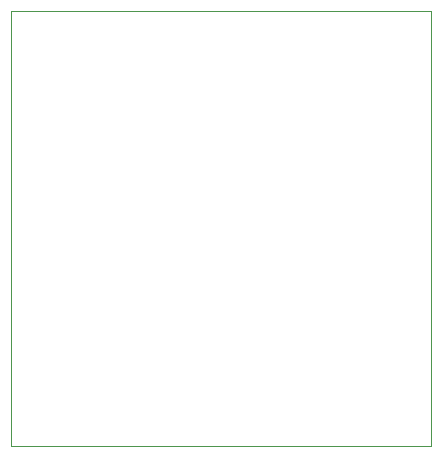
<source format=gbr>
%TF.GenerationSoftware,KiCad,Pcbnew,(6.0.6)*%
%TF.CreationDate,2022-12-26T19:12:46+01:00*%
%TF.ProjectId,ESPkamstrup,4553506b-616d-4737-9472-75702e6b6963,rev?*%
%TF.SameCoordinates,Original*%
%TF.FileFunction,Profile,NP*%
%FSLAX46Y46*%
G04 Gerber Fmt 4.6, Leading zero omitted, Abs format (unit mm)*
G04 Created by KiCad (PCBNEW (6.0.6)) date 2022-12-26 19:12:46*
%MOMM*%
%LPD*%
G01*
G04 APERTURE LIST*
%TA.AperFunction,Profile*%
%ADD10C,0.100000*%
%TD*%
G04 APERTURE END LIST*
D10*
X125095000Y-63500000D02*
X160655000Y-63500000D01*
X160655000Y-63500000D02*
X160655000Y-100330000D01*
X160655000Y-100330000D02*
X125095000Y-100330000D01*
X125095000Y-100330000D02*
X125095000Y-63500000D01*
M02*

</source>
